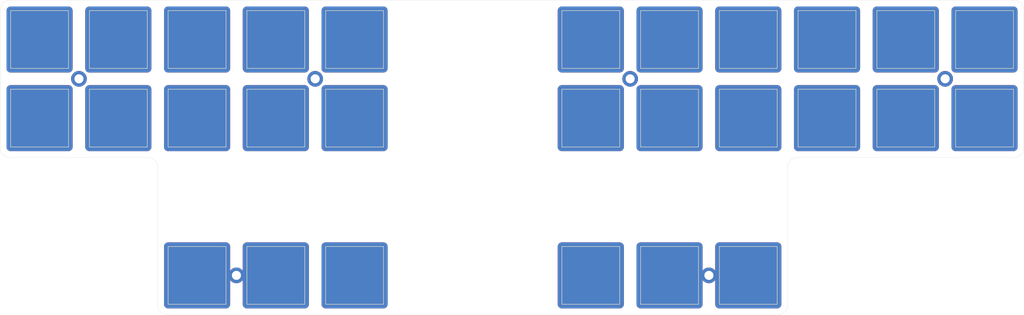
<source format=kicad_pcb>
(kicad_pcb (version 20211014) (generator pcbnew)
  (layers (0 "F.Cu" signal) (31 "B.Cu" signal) (34 "B.Paste" user) (35 "F.Paste" user) (36 "B.SilkS" user "B.Silkscreen") (37 "F.SilkS" user "F.Silkscreen") (38 "B.Mask" user) (39 "F.Mask" user) (44 "Edge.Cuts" user))
  (net 0 "")
  (footprint "Keebio-Parts:MX_FMask-with-cutout" (layer "F.Cu") (at 265.90625 69.85)
    (fp_text reference "REF**" hide)
    (fp_text value "MX_FMask-with-cutout" hide)
    (fp_line (start 7 7) (end 7 -7) (layer "Edge.Cuts") (width 0.15))
    (fp_line (start 7 -7) (end -7 -7) (layer "Edge.Cuts") (width 0.15))
    (fp_line (start -7 -7) (end -7 7) (layer "Edge.Cuts") (width 0.15))
    (fp_line (start -7 7) (end 7 7) (layer "Edge.Cuts") (width 0.15))
    (pad "1" smd roundrect locked (at 0 0 180) (size 16 16) (layers "F.Cu" "F.Mask") (roundrect_rratio 0.063))
    (pad "1" smd roundrect locked (at 0 0 180) (size 16 16) (layers "B.Cu" "B.Mask") (roundrect_rratio 0.063))
  )
  (footprint "Keebio-Parts:MX_FMask-with-cutout" (layer "F.Cu") (at 246.85625 69.85)
    (fp_text reference "REF**" hide)
    (fp_text value "MX_FMask-with-cutout" hide)
    (fp_line (start -7 -7) (end -7 7) (layer "Edge.Cuts") (width 0.15))
    (fp_line (start 7 -7) (end -7 -7) (layer "Edge.Cuts") (width 0.15))
    (fp_line (start 7 7) (end 7 -7) (layer "Edge.Cuts") (width 0.15))
    (fp_line (start -7 7) (end 7 7) (layer "Edge.Cuts") (width 0.15))
    (pad "1" smd roundrect locked (at 0 0 180) (size 16 16) (layers "B.Cu" "B.Mask") (roundrect_rratio 0.063))
    (pad "1" smd roundrect locked (at 0 0 180) (size 16 16) (layers "F.Cu" "F.Mask") (roundrect_rratio 0.063))
  )
  (footprint "Keebio-Parts:MX_FMask-with-cutout" (layer "F.Cu") (at 37.30625 88.9)
    (fp_text reference "REF**" hide)
    (fp_text value "MX_FMask-with-cutout" hide)
    (fp_line (start -7 -7) (end -7 7) (layer "Edge.Cuts") (width 0.15))
    (fp_line (start -7 7) (end 7 7) (layer "Edge.Cuts") (width 0.15))
    (fp_line (start 7 -7) (end -7 -7) (layer "Edge.Cuts") (width 0.15))
    (fp_line (start 7 7) (end 7 -7) (layer "Edge.Cuts") (width 0.15))
    (pad "1" smd roundrect locked (at 0 0 180) (size 16 16) (layers "B.Cu" "B.Mask") (roundrect_rratio 0.063))
    (pad "1" smd roundrect locked (at 0 0 180) (size 16 16) (layers "F.Cu" "F.Mask") (roundrect_rratio 0.063))
  )
  (footprint "MountingHole:MountingHole_2.2mm_M2_DIN965_Pad" (layer "F.Cu") (at 84.93125 127)
    (fp_text reference "REF**" hide)
    (fp_text value "m2")
    (pad "1" thru_hole circle locked (at 0 0) (size 3.8 3.8) (drill 2.2) (layers *.Cu *.Mask))
  )
  (footprint "Keebio-Parts:MX_FMask-with-cutout" (layer "F.Cu") (at 94.45625 69.85)
    (fp_text reference "REF**" hide)
    (fp_text value "MX_FMask-with-cutout" hide)
    (fp_line (start -7 7) (end 7 7) (layer "Edge.Cuts") (width 0.15))
    (fp_line (start -7 -7) (end -7 7) (layer "Edge.Cuts") (width 0.15))
    (fp_line (start 7 7) (end 7 -7) (layer "Edge.Cuts") (width 0.15))
    (fp_line (start 7 -7) (end -7 -7) (layer "Edge.Cuts") (width 0.15))
    (pad "1" smd roundrect locked (at 0 0 180) (size 16 16) (layers "F.Cu" "F.Mask") (roundrect_rratio 0.063))
    (pad "1" smd roundrect locked (at 0 0 180) (size 16 16) (layers "B.Cu" "B.Mask") (roundrect_rratio 0.063))
  )
  (footprint "MountingHole:MountingHole_2.2mm_M2_DIN965_Pad" (layer "F.Cu") (at 199.23125 127)
    (fp_text reference "REF**" hide)
    (fp_text value "m2")
    (pad "1" thru_hole circle locked (at 0 0) (size 3.8 3.8) (drill 2.2) (layers *.Cu *.Mask))
  )
  (footprint "Keebio-Parts:MX_FMask-with-cutout" (layer "F.Cu") (at 113.50625 88.9)
    (fp_text reference "REF**" hide)
    (fp_text value "MX_FMask-with-cutout" hide)
    (fp_line (start -7 -7) (end -7 7) (layer "Edge.Cuts") (width 0.15))
    (fp_line (start -7 7) (end 7 7) (layer "Edge.Cuts") (width 0.15))
    (fp_line (start 7 -7) (end -7 -7) (layer "Edge.Cuts") (width 0.15))
    (fp_line (start 7 7) (end 7 -7) (layer "Edge.Cuts") (width 0.15))
    (pad "1" smd roundrect locked (at 0 0 180) (size 16 16) (layers "B.Cu" "B.Mask") (roundrect_rratio 0.063))
    (pad "1" smd roundrect locked (at 0 0 180) (size 16 16) (layers "F.Cu" "F.Mask") (roundrect_rratio 0.063))
  )
  (footprint "Keebio-Parts:MX_FMask-with-cutout" (layer "F.Cu") (at 170.65625 88.9)
    (fp_text reference "REF**" hide)
    (fp_text value "MX_FMask-with-cutout" hide)
    (fp_line (start -7 -7) (end -7 7) (layer "Edge.Cuts") (width 0.15))
    (fp_line (start 7 -7) (end -7 -7) (layer "Edge.Cuts") (width 0.15))
    (fp_line (start 7 7) (end 7 -7) (layer "Edge.Cuts") (width 0.15))
    (fp_line (start -7 7) (end 7 7) (layer "Edge.Cuts") (width 0.15))
    (pad "1" smd roundrect locked (at 0 0 180) (size 16 16) (layers "F.Cu" "F.Mask") (roundrect_rratio 0.063))
    (pad "1" smd roundrect locked (at 0 0 180) (size 16 16) (layers "B.Cu" "B.Mask") (roundrect_rratio 0.063))
  )
  (footprint "MountingHole:MountingHole_2.2mm_M2_DIN965_Pad" (layer "F.Cu") (at 256.38125 79.375)
    (fp_text reference "REF**" hide)
    (fp_text value "m2")
    (pad "1" thru_hole circle locked (at 0 0) (size 3.8 3.8) (drill 2.2) (layers *.Cu *.Mask))
  )
  (footprint "Keebio-Parts:MX_FMask-with-cutout" (layer "F.Cu") (at 208.75625 88.9)
    (fp_text reference "REF**" hide)
    (fp_text value "MX_FMask-with-cutout" hide)
    (fp_line (start -7 7) (end 7 7) (layer "Edge.Cuts") (width 0.15))
    (fp_line (start 7 -7) (end -7 -7) (layer "Edge.Cuts") (width 0.15))
    (fp_line (start 7 7) (end 7 -7) (layer "Edge.Cuts") (width 0.15))
    (fp_line (start -7 -7) (end -7 7) (layer "Edge.Cuts") (width 0.15))
    (pad "1" smd roundrect locked (at 0 0 180) (size 16 16) (layers "B.Cu" "B.Mask") (roundrect_rratio 0.063))
    (pad "1" smd roundrect locked (at 0 0 180) (size 16 16) (layers "F.Cu" "F.Mask") (roundrect_rratio 0.063))
  )
  (footprint "Keebio-Parts:MX_FMask-with-cutout" (layer "F.Cu") (at 189.70625 88.9)
    (fp_text reference "REF**" hide)
    (fp_text value "MX_FMask-with-cutout" hide)
    (fp_line (start -7 7) (end 7 7) (layer "Edge.Cuts") (width 0.15))
    (fp_line (start 7 7) (end 7 -7) (layer "Edge.Cuts") (width 0.15))
    (fp_line (start -7 -7) (end -7 7) (layer "Edge.Cuts") (width 0.15))
    (fp_line (start 7 -7) (end -7 -7) (layer "Edge.Cuts") (width 0.15))
    (pad "1" smd roundrect locked (at 0 0 180) (size 16 16) (layers "B.Cu" "B.Mask") (roundrect_rratio 0.063))
    (pad "1" smd roundrect locked (at 0 0 180) (size 16 16) (layers "F.Cu" "F.Mask") (roundrect_rratio 0.063))
  )
  (footprint "Keebio-Parts:MX_FMask-with-cutout" (layer "F.Cu") (at 227.80625 69.85)
    (fp_text reference "REF**" hide)
    (fp_text value "MX_FMask-with-cutout" hide)
    (fp_line (start 7 -7) (end -7 -7) (layer "Edge.Cuts") (width 0.15))
    (fp_line (start 7 7) (end 7 -7) (layer "Edge.Cuts") (width 0.15))
    (fp_line (start -7 7) (end 7 7) (layer "Edge.Cuts") (width 0.15))
    (fp_line (start -7 -7) (end -7 7) (layer "Edge.Cuts") (width 0.15))
    (pad "1" smd roundrect locked (at 0 0 180) (size 16 16) (layers "B.Cu" "B.Mask") (roundrect_rratio 0.063))
    (pad "1" smd roundrect locked (at 0 0 180) (size 16 16) (layers "F.Cu" "F.Mask") (roundrect_rratio 0.063))
  )
  (footprint "Keebio-Parts:MX_FMask-with-cutout" (layer "F.Cu") (at 75.40625 127)
    (fp_text reference "REF**" hide)
    (fp_text value "MX_FMask-with-cutout" hide)
    (fp_line (start -7 -7) (end -7 7) (layer "Edge.Cuts") (width 0.15))
    (fp_line (start -7 7) (end 7 7) (layer "Edge.Cuts") (width 0.15))
    (fp_line (start 7 -7) (end -7 -7) (layer "Edge.Cuts") (width 0.15))
    (fp_line (start 7 7) (end 7 -7) (layer "Edge.Cuts") (width 0.15))
    (pad "1" smd roundrect locked (at 0 0 180) (size 16 16) (layers "F.Cu" "F.Mask") (roundrect_rratio 0.063))
    (pad "1" smd roundrect locked (at 0 0 180) (size 16 16) (layers "B.Cu" "B.Mask") (roundrect_rratio 0.063))
  )
  (footprint "Keebio-Parts:MX_FMask-with-cutout" (layer "F.Cu") (at 75.40625 88.9)
    (fp_text reference "REF**" hide)
    (fp_text value "MX_FMask-with-cutout" hide)
    (fp_line (start 7 -7) (end -7 -7) (layer "Edge.Cuts") (width 0.15))
    (fp_line (start -7 -7) (end -7 7) (layer "Edge.Cuts") (width 0.15))
    (fp_line (start 7 7) (end 7 -7) (layer "Edge.Cuts") (width 0.15))
    (fp_line (start -7 7) (end 7 7) (layer "Edge.Cuts") (width 0.15))
    (pad "1" smd roundrect locked (at 0 0 180) (size 16 16) (layers "F.Cu" "F.Mask") (roundrect_rratio 0.063))
    (pad "1" smd roundrect locked (at 0 0 180) (size 16 16) (layers "B.Cu" "B.Mask") (roundrect_rratio 0.063))
  )
  (footprint "Keebio-Parts:MX_FMask-with-cutout" (layer "F.Cu") (at 56.35625 88.9)
    (fp_text reference "REF**" hide)
    (fp_text value "MX_FMask-with-cutout" hide)
    (fp_line (start -7 -7) (end -7 7) (layer "Edge.Cuts") (width 0.15))
    (fp_line (start -7 7) (end 7 7) (layer "Edge.Cuts") (width 0.15))
    (fp_line (start 7 -7) (end -7 -7) (layer "Edge.Cuts") (width 0.15))
    (fp_line (start 7 7) (end 7 -7) (layer "Edge.Cuts") (width 0.15))
    (pad "1" smd roundrect locked (at 0 0 180) (size 16 16) (layers "F.Cu" "F.Mask") (roundrect_rratio 0.063))
    (pad "1" smd roundrect locked (at 0 0 180) (size 16 16) (layers "B.Cu" "B.Mask") (roundrect_rratio 0.063))
  )
  (footprint "Keebio-Parts:MX_FMask-with-cutout" (layer "F.Cu") (at 189.70625 127)
    (fp_text reference "REF**" hide)
    (fp_text value "MX_FMask-with-cutout" hide)
    (fp_line (start -7 -7) (end -7 7) (layer "Edge.Cuts") (width 0.15))
    (fp_line (start -7 7) (end 7 7) (layer "Edge.Cuts") (width 0.15))
    (fp_line (start 7 7) (end 7 -7) (layer "Edge.Cuts") (width 0.15))
    (fp_line (start 7 -7) (end -7 -7) (layer "Edge.Cuts") (width 0.15))
    (pad "1" smd roundrect locked (at 0 0 180) (size 16 16) (layers "F.Cu" "F.Mask") (roundrect_rratio 0.063))
    (pad "1" smd roundrect locked (at 0 0 180) (size 16 16) (layers "B.Cu" "B.Mask") (roundrect_rratio 0.063))
  )
  (footprint "MountingHole:MountingHole_2.2mm_M2_DIN965_Pad" (layer "F.Cu") (at 180.18125 79.375)
    (fp_text reference "REF**" hide)
    (fp_text value "m2")
    (pad "1" thru_hole circle locked (at 0 0) (size 3.8 3.8) (drill 2.2) (layers *.Cu *.Mask))
  )
  (footprint "Keebio-Parts:MX_FMask-with-cutout" (layer "F.Cu") (at 170.65625 127)
    (fp_text reference "REF**" hide)
    (fp_text value "MX_FMask-with-cutout" hide)
    (fp_line (start 7 -7) (end -7 -7) (layer "Edge.Cuts") (width 0.15))
    (fp_line (start 7 7) (end 7 -7) (layer "Edge.Cuts") (width 0.15))
    (fp_line (start -7 7) (end 7 7) (layer "Edge.Cuts") (width 0.15))
    (fp_line (start -7 -7) (end -7 7) (layer "Edge.Cuts") (width 0.15))
    (pad "1" smd roundrect locked (at 0 0 180) (size 16 16) (layers "F.Cu" "F.Mask") (roundrect_rratio 0.063))
    (pad "1" smd roundrect locked (at 0 0 180) (size 16 16) (layers "B.Cu" "B.Mask") (roundrect_rratio 0.063))
  )
  (footprint "Keebio-Parts:MX_FMask-with-cutout" (layer "F.Cu") (at 56.35625 69.85)
    (fp_text reference "REF**" hide)
    (fp_text value "MX_FMask-with-cutout" hide)
    (fp_line (start -7 -7) (end -7 7) (layer "Edge.Cuts") (width 0.15))
    (fp_line (start -7 7) (end 7 7) (layer "Edge.Cuts") (width 0.15))
    (fp_line (start 7 -7) (end -7 -7) (layer "Edge.Cuts") (width 0.15))
    (fp_line (start 7 7) (end 7 -7) (layer "Edge.Cuts") (width 0.15))
    (pad "1" smd roundrect locked (at 0 0 180) (size 16 16) (layers "B.Cu" "B.Mask") (roundrect_rratio 0.063))
    (pad "1" smd roundrect locked (at 0 0 180) (size 16 16) (layers "F.Cu" "F.Mask") (roundrect_rratio 0.063))
  )
  (footprint "Keebio-Parts:MX_FMask-with-cutout" (layer "F.Cu") (at 265.90625 88.9)
    (fp_text reference "REF**" hide)
    (fp_text value "MX_FMask-with-cutout" hide)
    (fp_line (start 7 -7) (end -7 -7) (layer "Edge.Cuts") (width 0.15))
    (fp_line (start -7 -7) (end -7 7) (layer "Edge.Cuts") (width 0.15))
    (fp_line (start -7 7) (end 7 7) (layer "Edge.Cuts") (width 0.15))
    (fp_line (start 7 7) (end 7 -7) (layer "Edge.Cuts") (width 0.15))
    (pad "1" smd roundrect locked (at 0 0 180) (size 16 16) (layers "F.Cu" "F.Mask") (roundrect_rratio 0.063))
    (pad "1" smd roundrect locked (at 0 0 180) (size 16 16) (layers "B.Cu" "B.Mask") (roundrect_rratio 0.063))
  )
  (footprint "Keebio-Parts:MX_FMask-with-cutout" (layer "F.Cu") (at 75.40625 69.85)
    (fp_text reference "REF**" hide)
    (fp_text value "MX_FMask-with-cutout" hide)
    (fp_line (start 7 -7) (end -7 -7) (layer "Edge.Cuts") (width 0.15))
    (fp_line (start -7 -7) (end -7 7) (layer "Edge.Cuts") (width 0.15))
    (fp_line (start -7 7) (end 7 7) (layer "Edge.Cuts") (width 0.15))
    (fp_line (start 7 7) (end 7 -7) (layer "Edge.Cuts") (width 0.15))
    (pad "1" smd roundrect locked (at 0 0 180) (size 16 16) (layers "F.Cu" "F.Mask") (roundrect_rratio 0.063))
    (pad "1" smd roundrect locked (at 0 0 180) (size 16 16) (layers "B.Cu" "B.Mask") (roundrect_rratio 0.063))
  )
  (footprint "Keebio-Parts:MX_FMask-with-cutout" (layer "F.Cu") (at 246.85625 88.9)
    (fp_text reference "REF**" hide)
    (fp_text value "MX_FMask-with-cutout" hide)
    (fp_line (start -7 7) (end 7 7) (layer "Edge.Cuts") (width 0.15))
    (fp_line (start -7 -7) (end -7 7) (layer "Edge.Cuts") (width 0.15))
    (fp_line (start 7 7) (end 7 -7) (layer "Edge.Cuts") (width 0.15))
    (fp_line (start 7 -7) (end -7 -7) (layer "Edge.Cuts") (width 0.15))
    (pad "1" smd roundrect locked (at 0 0 180) (size 16 16) (layers "F.Cu" "F.Mask") (roundrect_rratio 0.063))
    (pad "1" smd roundrect locked (at 0 0 180) (size 16 16) (layers "B.Cu" "B.Mask") (roundrect_rratio 0.063))
  )
  (footprint "Keebio-Parts:MX_FMask-with-cutout" (layer "F.Cu") (at 189.70625 69.85)
    (fp_text reference "REF**" hide)
    (fp_text value "MX_FMask-with-cutout" hide)
    (fp_line (start -7 -7) (end -7 7) (layer "Edge.Cuts") (width 0.15))
    (fp_line (start -7 7) (end 7 7) (layer "Edge.Cuts") (width 0.15))
    (fp_line (start 7 7) (end 7 -7) (layer "Edge.Cuts") (width 0.15))
    (fp_line (start 7 -7) (end -7 -7) (layer "Edge.Cuts") (width 0.15))
    (pad "1" smd roundrect locked (at 0 0 180) (size 16 16) (layers "B.Cu" "B.Mask") (roundrect_rratio 0.063))
    (pad "1" smd roundrect locked (at 0 0 180) (size 16 16) (layers "F.Cu" "F.Mask") (roundrect_rratio 0.063))
  )
  (footprint "MountingHole:MountingHole_2.2mm_M2_DIN965_Pad" (layer "F.Cu") (at 103.98125 79.375)
    (fp_text reference "REF**" hide)
    (fp_text value "m2")
    (pad "1" thru_hole circle locked (at 0 0) (size 3.8 3.8) (drill 2.2) (layers *.Cu *.Mask))
  )
  (footprint "Keebio-Parts:MX_FMask-with-cutout" (layer "F.Cu") (at 208.75625 127)
    (fp_text reference "REF**" hide)
    (fp_text value "MX_FMask-with-cutout" hide)
    (fp_line (start 7 7) (end 7 -7) (layer "Edge.Cuts") (width 0.15))
    (fp_line (start -7 -7) (end -7 7) (layer "Edge.Cuts") (width 0.15))
    (fp_line (start -7 7) (end 7 7) (layer "Edge.Cuts") (width 0.15))
    (fp_line (start 7 -7) (end -7 -7) (layer "Edge.Cuts") (width 0.15))
    (pad "1" smd roundrect locked (at 0 0 180) (size 16 16) (layers "B.Cu" "B.Mask") (roundrect_rratio 0.063))
    (pad "1" smd roundrect locked (at 0 0 180) (size 16 16) (layers "F.Cu" "F.Mask") (roundrect_rratio 0.063))
  )
  (footprint "Keebio-Parts:MX_FMask-with-cutout" (layer "F.Cu") (at 227.80625 88.9)
    (fp_text reference "REF**" hide)
    (fp_text value "MX_FMask-with-cutout" hide)
    (fp_line (start 7 7) (end 7 -7) (layer "Edge.Cuts") (width 0.15))
    (fp_line (start -7 -7) (end -7 7) (layer "Edge.Cuts") (width 0.15))
    (fp_line (start -7 7) (end 7 7) (layer "Edge.Cuts") (width 0.15))
    (fp_line (start 7 -7) (end -7 -7) (layer "Edge.Cuts") (width 0.15))
    (pad "1" smd roundrect locked (at 0 0 180) (size 16 16) (layers "B.Cu" "B.Mask") (roundrect_rratio 0.063))
    (pad "1" smd roundrect locked (at 0 0 180) (size 16 16) (layers "F.Cu" "F.Mask") (roundrect_rratio 0.063))
  )
  (footprint "Keebio-Parts:MX_FMask-with-cutout" (layer "F.Cu") (at 208.75625 69.85)
    (fp_text reference "REF**" hide)
    (fp_text value "MX_FMask-with-cutout" hide)
    (fp_line (start 7 -7) (end -7 -7) (layer "Edge.Cuts") (width 0.15))
    (fp_line (start -7 -7) (end -7 7) (layer "Edge.Cuts") (width 0.15))
    (fp_line (start -7 7) (end 7 7) (layer "Edge.Cuts") (width 0.15))
    (fp_line (start 7 7) (end 7 -7) (layer "Edge.Cuts") (width 0.15))
    (pad "1" smd roundrect locked (at 0 0 180) (size 16 16) (layers "B.Cu" "B.Mask") (roundrect_rratio 0.063))
    (pad "1" smd roundrect locked (at 0 0 180) (size 16 16) (layers "F.Cu" "F.Mask") (roundrect_rratio 0.063))
  )
  (footprint "Keebio-Parts:MX_FMask-with-cutout" (layer "F.Cu") (at 113.50625 127)
    (fp_text reference "REF**" hide)
    (fp_text value "MX_FMask-with-cutout" hide)
    (fp_line (start 7 7) (end 7 -7) (layer "Edge.Cuts") (width 0.15))
    (fp_line (start 7 -7) (end -7 -7) (layer "Edge.Cuts") (width 0.15))
    (fp_line (start -7 7) (end 7 7) (layer "Edge.Cuts") (width 0.15))
    (fp_line (start -7 -7) (end -7 7) (layer "Edge.Cuts") (width 0.15))
    (pad "1" smd roundrect locked (at 0 0 180) (size 16 16) (layers "F.Cu" "F.Mask") (roundrect_rratio 0.063))
    (pad "1" smd roundrect locked (at 0 0 180) (size 16 16) (layers "B.Cu" "B.Mask") (roundrect_rratio 0.063))
  )
  (footprint "Keebio-Parts:MX_FMask-with-cutout" (layer "F.Cu") (at 94.45625 127)
    (fp_text reference "REF**" hide)
    (fp_text value "MX_FMask-with-cutout" hide)
    (fp_line (start 7 -7) (end -7 -7) (layer "Edge.Cuts") (width 0.15))
    (fp_line (start -7 7) (end 7 7) (layer "Edge.Cuts") (width 0.15))
    (fp_line (start -7 -7) (end -7 7) (layer "Edge.Cuts") (width 0.15))
    (fp_line (start 7 7) (end 7 -7) (layer "Edge.Cuts") (width 0.15))
    (pad "1" smd roundrect locked (at 0 0 180) (size 16 16) (layers "B.Cu" "B.Mask") (roundrect_rratio 0.063))
    (pad "1" smd roundrect locked (at 0 0 180) (size 16 16) (layers "F.Cu" "F.Mask") (roundrect_rratio 0.063))
  )
  (footprint "MountingHole:MountingHole_2.2mm_M2_DIN965_Pad" (layer "F.Cu") (at 46.83125 79.375)
    (fp_text reference "REF**" hide)
    (fp_text value "m2")
    (pad "1" thru_hole circle locked (at 0 0) (size 3.8 3.8) (drill 2.2) (layers *.Cu *.Mask))
  )
  (footprint "Keebio-Parts:MX_FMask-with-cutout" (layer "F.Cu") (at 113.50625 69.85)
    (fp_text reference "REF**" hide)
    (fp_text value "MX_FMask-with-cutout" hide)
    (fp_line (start 7 7) (end 7 -7) (layer "Edge.Cuts") (width 0.15))
    (fp_line (start -7 7) (end 7 7) (layer "Edge.Cuts") (width 0.15))
    (fp_line (start 7 -7) (end -7 -7) (layer "Edge.Cuts") (width 0.15))
    (fp_line (start -7 -7) (end -7 7) (layer "Edge.Cuts") (width 0.15))
    (pad "1" smd roundrect locked (at 0 0 180) (size 16 16) (layers "F.Cu" "F.Mask") (roundrect_rratio 0.063))
    (pad "1" smd roundrect locked (at 0 0 180) (size 16 16) (layers "B.Cu" "B.Mask") (roundrect_rratio 0.063))
  )
  (footprint "Keebio-Parts:MX_FMask-with-cutout" (layer "F.Cu") (at 37.30625 69.85)
    (fp_text reference "REF**" hide)
    (fp_text value "MX_FMask-with-cutout" hide)
    (fp_line (start 7 -7) (end -7 -7) (layer "Edge.Cuts") (width 0.15))
    (fp_line (start -7 7) (end 7 7) (layer "Edge.Cuts") (width 0.15))
    (fp_line (start -7 -7) (end -7 7) (layer "Edge.Cuts") (width 0.15))
    (fp_line (start 7 7) (end 7 -7) (layer "Edge.Cuts") (width 0.15))
    (pad "1" smd roundrect locked (at 0 0 180) (size 16 16) (layers "F.Cu" "F.Mask") (roundrect_rratio 0.063))
    (pad "1" smd roundrect locked (at 0 0 180) (size 16 16) (layers "B.Cu" "B.Mask") (roundrect_rratio 0.063))
  )
  (footprint "Keebio-Parts:MX_FMask-with-cutout" (layer "F.Cu") (at 94.45625 88.9)
    (fp_text reference "REF**" hide)
    (fp_text value "MX_FMask-with-cutout" hide)
    (fp_line (start 7 -7) (end -7 -7) (layer "Edge.Cuts") (width 0.15))
    (fp_line (start -7 7) (end 7 7) (layer "Edge.Cuts") (width 0.15))
    (fp_line (start 7 7) (end 7 -7) (layer "Edge.Cuts") (width 0.15))
    (fp_line (start -7 -7) (end -7 7) (layer "Edge.Cuts") (width 0.15))
    (pad "1" smd roundrect locked (at 0 0 180) (size 16 16) (layers "F.Cu" "F.Mask") (roundrect_rratio 0.063))
    (pad "1" smd roundrect locked (at 0 0 180) (size 16 16) (layers "B.Cu" "B.Mask") (roundrect_rratio 0.063))
  )
  (footprint "Keebio-Parts:MX_FMask-with-cutout" (layer "F.Cu") (at 170.65625 69.85)
    (fp_text reference "REF**" hide)
    (fp_text value "MX_FMask-with-cutout" hide)
    (fp_line (start -7 7) (end 7 7) (layer "Edge.Cuts") (width 0.15))
    (fp_line (start 7 7) (end 7 -7) (layer "Edge.Cuts") (width 0.15))
    (fp_line (start -7 -7) (end -7 7) (layer "Edge.Cuts") (width 0.15))
    (fp_line (start 7 -7) (end -7 -7) (layer "Edge.Cuts") (width 0.15))
    (pad "1" smd roundrect locked (at 0 0 180) (size 16 16) (layers "B.Cu" "B.Mask") (roundrect_rratio 0.063))
    (pad "1" smd roundrect locked (at 0 0 180) (size 16 16) (layers "F.Cu" "F.Mask") (roundrect_rratio 0.063))
  )
  (gr_line (start 27.78125 62.70625) (end 27.78125 96.04375) (layer "Edge.Cuts") (width 0.05))
  (gr_line (start 275.43125 96.04375) (end 275.43125 62.70625) (layer "Edge.Cuts") (width 0.05))
  (gr_line (start 273.05 60.325) (end 30.1625 60.325) (layer "Edge.Cuts") (width 0.05))
  (gr_line (start 30.1625 98.425) (end 63.5 98.425) (layer "Edge.Cuts") (width 0.05))
  (gr_line (start 65.88125 100.80625) (end 65.88125 134.14375) (layer "Edge.Cuts") (width 0.05))
  (gr_line (start 68.2625 136.525) (end 215.9 136.525) (layer "Edge.Cuts") (width 0.05))
  (gr_line (start 218.28125 134.14375) (end 218.28125 100.80625) (layer "Edge.Cuts") (width 0.05))
  (gr_line (start 220.6625 98.425) (end 273.05 98.425) (layer "Edge.Cuts") (width 0.05))
  (gr_arc (start 68.2625 136.525) (mid 66.578702 135.827548) (end 65.88125 134.14375) (layer "Edge.Cuts") (width 0.05))
  (gr_arc (start 63.5 98.425) (mid 65.183798 99.122452) (end 65.88125 100.80625) (layer "Edge.Cuts") (width 0.05))
  (gr_arc (start 273.05 60.325) (mid 274.733798 61.022452) (end 275.43125 62.70625) (layer "Edge.Cuts") (width 0.05))
  (gr_arc (start 275.43125 96.04375) (mid 274.733798 97.727548) (end 273.05 98.425) (layer "Edge.Cuts") (width 0.05))
  (gr_arc (start 27.78125 62.70625) (mid 28.478702 61.022452) (end 30.1625 60.325) (layer "Edge.Cuts") (width 0.05))
  (gr_arc (start 218.28125 100.80625) (mid 218.978702 99.122452) (end 220.6625 98.425) (layer "Edge.Cuts") (width 0.05))
  (gr_arc (start 30.1625 98.425) (mid 28.478702 97.727548) (end 27.78125 96.04375) (layer "Edge.Cuts") (width 0.05))
  (gr_arc (start 218.28125 134.14375) (mid 217.583798 135.827548) (end 215.9 136.525) (layer "Edge.Cuts") (width 0.05))
)
</source>
